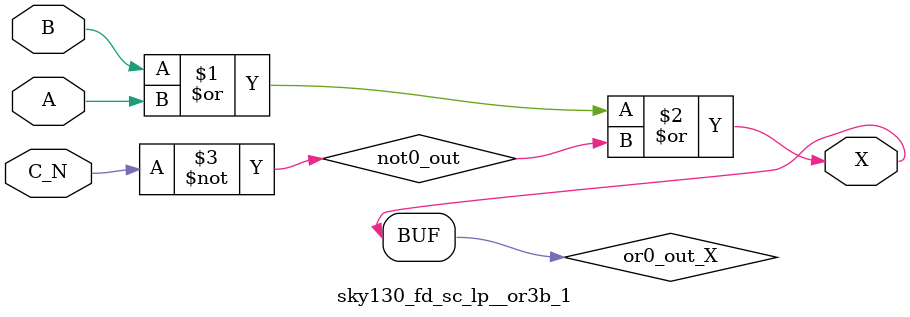
<source format=v>
/*
 * Copyright 2020 The SkyWater PDK Authors
 *
 * Licensed under the Apache License, Version 2.0 (the "License");
 * you may not use this file except in compliance with the License.
 * You may obtain a copy of the License at
 *
 *     https://www.apache.org/licenses/LICENSE-2.0
 *
 * Unless required by applicable law or agreed to in writing, software
 * distributed under the License is distributed on an "AS IS" BASIS,
 * WITHOUT WARRANTIES OR CONDITIONS OF ANY KIND, either express or implied.
 * See the License for the specific language governing permissions and
 * limitations under the License.
 *
 * SPDX-License-Identifier: Apache-2.0
*/


`ifndef SKY130_FD_SC_LP__OR3B_1_FUNCTIONAL_V
`define SKY130_FD_SC_LP__OR3B_1_FUNCTIONAL_V

/**
 * or3b: 3-input OR, first input inverted.
 *
 * Verilog simulation functional model.
 */

`timescale 1ns / 1ps
`default_nettype none

`celldefine
module sky130_fd_sc_lp__or3b_1 (
    X  ,
    A  ,
    B  ,
    C_N
);

    // Module ports
    output X  ;
    input  A  ;
    input  B  ;
    input  C_N;

    // Local signals
    wire not0_out ;
    wire or0_out_X;

    //  Name  Output     Other arguments
    not not0 (not0_out , C_N            );
    or  or0  (or0_out_X, B, A, not0_out );
    buf buf0 (X        , or0_out_X      );

endmodule
`endcelldefine

`default_nettype wire
`endif  // SKY130_FD_SC_LP__OR3B_1_FUNCTIONAL_V

</source>
